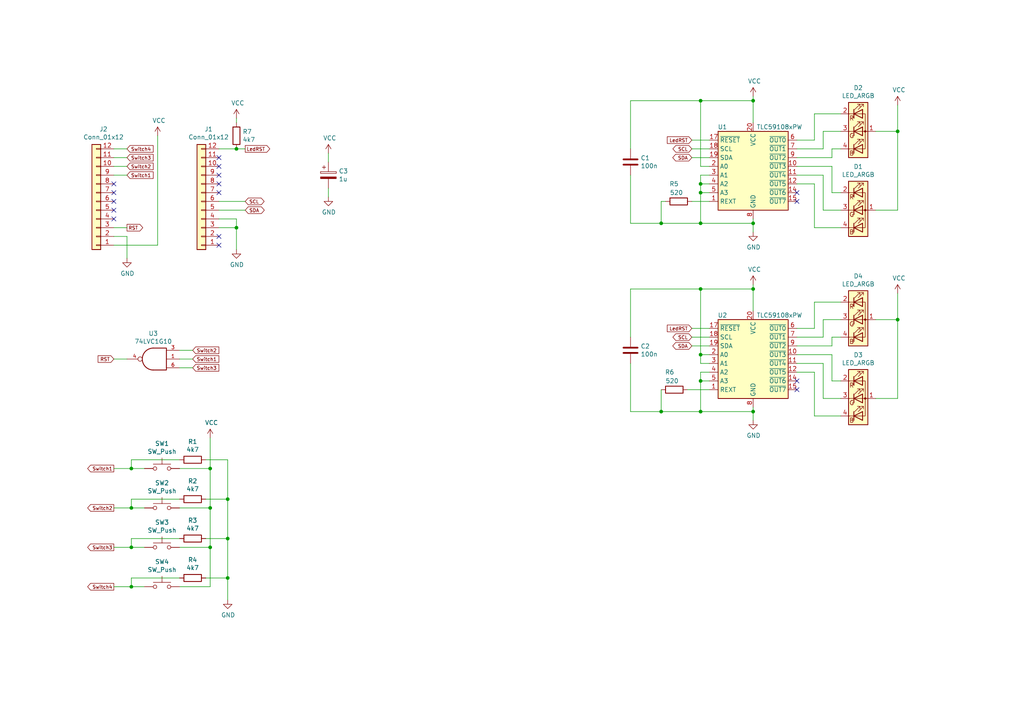
<source format=kicad_sch>
(kicad_sch (version 20211123) (generator eeschema)
  (paper "A4")
  (lib_symbols
    (symbol "74xGxx:74LVC1G10" (pin_names (offset 1.016))
      (property "Reference" "U" (at -2.54 5.08 0))
      (property "Value" "74LVC1G10" (at 0 -5.08 0))
      (symbol "74LVC1G10_0_1"
        (arc (start 0 -3.175) (mid 3.175 0) (end 0 3.175) (stroke (width 0.254)))
        (polyline (pts (xy 0 -3.175) (xy -3.81 -3.175) (xy -3.81 3.175) (xy 0 3.175)) (stroke (width 0.254)))
      )
      (symbol "74LVC1G10_1_1"
        (pin input line (at -7.62 0 0) (length 3.81) (name "~") (number "1"))
        (pin power_in line (at 0 -3.175 270) (length 0) hide (name "GND") (number "2"))
        (pin input line (at -7.62 -2.54 0) (length 3.81) (name "~") (number "3"))
        (pin output inverted (at 7.62 0 180) (length 4.445) (name "~") (number "4"))
        (pin power_in line (at 0 3.175 90) (length 0) hide (name "VCC") (number "5"))
        (pin input line (at -7.62 2.54 0) (length 3.81) (name "~") (number "6"))
      )
    )
    (symbol "Connector_Generic:Conn_01x12" (pin_names (offset 1.016) hide)
      (property "Reference" "J" (at 0 15.24 0))
      (property "Value" "Conn_01x12" (at 0 -17.78 0))
      (symbol "Conn_01x12_1_1"
        (rectangle (start -1.27 -15.113) (end 0 -15.367) (stroke (width 0.1524)))
        (rectangle (start -1.27 -12.573) (end 0 -12.827) (stroke (width 0.1524)))
        (rectangle (start -1.27 -10.033) (end 0 -10.287) (stroke (width 0.1524)))
        (rectangle (start -1.27 -7.493) (end 0 -7.747) (stroke (width 0.1524)))
        (rectangle (start -1.27 -4.953) (end 0 -5.207) (stroke (width 0.1524)))
        (rectangle (start -1.27 -2.413) (end 0 -2.667) (stroke (width 0.1524)))
        (rectangle (start -1.27 0.127) (end 0 -0.127) (stroke (width 0.1524)))
        (rectangle (start -1.27 2.667) (end 0 2.413) (stroke (width 0.1524)))
        (rectangle (start -1.27 5.207) (end 0 4.953) (stroke (width 0.1524)))
        (rectangle (start -1.27 7.747) (end 0 7.493) (stroke (width 0.1524)))
        (rectangle (start -1.27 10.287) (end 0 10.033) (stroke (width 0.1524)))
        (rectangle (start -1.27 12.827) (end 0 12.573) (stroke (width 0.1524)))
        (rectangle (start -1.27 13.97) (end 1.27 -16.51) (stroke (width 0.254)) (fill (type background)))
        (pin passive line (at -5.08 12.7 0) (length 3.81) (name "Pin_1") (number "1"))
        (pin passive line (at -5.08 -10.16 0) (length 3.81) (name "Pin_10") (number "10"))
        (pin passive line (at -5.08 -12.7 0) (length 3.81) (name "Pin_11") (number "11"))
        (pin passive line (at -5.08 -15.24 0) (length 3.81) (name "Pin_12") (number "12"))
        (pin passive line (at -5.08 10.16 0) (length 3.81) (name "Pin_2") (number "2"))
        (pin passive line (at -5.08 7.62 0) (length 3.81) (name "Pin_3") (number "3"))
        (pin passive line (at -5.08 5.08 0) (length 3.81) (name "Pin_4") (number "4"))
        (pin passive line (at -5.08 2.54 0) (length 3.81) (name "Pin_5") (number "5"))
        (pin passive line (at -5.08 0 0) (length 3.81) (name "Pin_6") (number "6"))
        (pin passive line (at -5.08 -2.54 0) (length 3.81) (name "Pin_7") (number "7"))
        (pin passive line (at -5.08 -5.08 0) (length 3.81) (name "Pin_8") (number "8"))
        (pin passive line (at -5.08 -7.62 0) (length 3.81) (name "Pin_9") (number "9"))
      )
    )
    (symbol "Device:C" (pin_numbers hide) (pin_names (offset 0.254))
      (property "Reference" "C" (at 0.635 2.54 0))
      (property "Value" "C" (at 0.635 -2.54 0))
      (symbol "C_0_1"
        (polyline (pts (xy -2.032 -0.762) (xy 2.032 -0.762)) (stroke (width 0.508)))
        (polyline (pts (xy -2.032 0.762) (xy 2.032 0.762)) (stroke (width 0.508)))
      )
      (symbol "C_1_1"
        (pin passive line (at 0 3.81 270) (length 2.794) (name "~") (number "1"))
        (pin passive line (at 0 -3.81 90) (length 2.794) (name "~") (number "2"))
      )
    )
    (symbol "Device:LED_ARGB" (pin_names (offset 0) hide)
      (property "Reference" "D" (at 0 9.398 0))
      (property "Value" "LED_ARGB" (at 0 -8.89 0))
      (symbol "LED_ARGB_0_0"
        (text "B" (at -1.905 -6.35 0) (effects (font (size 1.27 1.27))))
        (text "G" (at -1.905 -1.27 0) (effects (font (size 1.27 1.27))))
        (text "R" (at -1.905 3.81 0) (effects (font (size 1.27 1.27))))
      )
      (symbol "LED_ARGB_0_1"
        (polyline (pts (xy -1.27 -5.08) (xy -2.54 -5.08)))
        (polyline (pts (xy -1.27 -5.08) (xy 1.27 -5.08)))
        (polyline (pts (xy -1.27 -3.81) (xy -1.27 -6.35)) (stroke (width 0.254)))
        (polyline (pts (xy -1.27 0) (xy -2.54 0)))
        (polyline (pts (xy -1.27 1.27) (xy -1.27 -1.27)) (stroke (width 0.254)))
        (polyline (pts (xy -1.27 5.08) (xy -2.54 5.08)))
        (polyline (pts (xy -1.27 5.08) (xy 1.27 5.08)))
        (polyline (pts (xy -1.27 6.35) (xy -1.27 3.81)) (stroke (width 0.254)))
        (polyline (pts (xy 1.27 0) (xy -1.27 0)))
        (polyline (pts (xy 1.27 0) (xy 2.54 0)))
        (polyline (pts (xy -1.27 1.27) (xy -1.27 -1.27) (xy -1.27 -1.27)))
        (polyline (pts (xy -1.27 6.35) (xy -1.27 3.81) (xy -1.27 3.81)))
        (polyline (pts (xy 1.27 -5.08) (xy 2.032 -5.08) (xy 2.032 5.08) (xy 1.27 5.08)))
        (polyline (pts (xy 1.27 -3.81) (xy 1.27 -6.35) (xy -1.27 -5.08) (xy 1.27 -3.81)) (stroke (width 0.254)))
        (polyline (pts (xy 1.27 1.27) (xy 1.27 -1.27) (xy -1.27 0) (xy 1.27 1.27)) (stroke (width 0.254)))
        (polyline (pts (xy 1.27 6.35) (xy 1.27 3.81) (xy -1.27 5.08) (xy 1.27 6.35)) (stroke (width 0.254)))
        (polyline (pts (xy -1.016 -3.81) (xy 0.508 -2.286) (xy -0.254 -2.286) (xy 0.508 -2.286) (xy 0.508 -3.048)))
        (polyline (pts (xy -1.016 1.27) (xy 0.508 2.794) (xy -0.254 2.794) (xy 0.508 2.794) (xy 0.508 2.032)))
        (polyline (pts (xy -1.016 6.35) (xy 0.508 7.874) (xy -0.254 7.874) (xy 0.508 7.874) (xy 0.508 7.112)))
        (polyline (pts (xy 0 -3.81) (xy 1.524 -2.286) (xy 0.762 -2.286) (xy 1.524 -2.286) (xy 1.524 -3.048)))
        (polyline (pts (xy 0 1.27) (xy 1.524 2.794) (xy 0.762 2.794) (xy 1.524 2.794) (xy 1.524 2.032)))
        (polyline (pts (xy 0 6.35) (xy 1.524 7.874) (xy 0.762 7.874) (xy 1.524 7.874) (xy 1.524 7.112)))
        (rectangle (start 1.27 -1.27) (end 1.27 1.27))
        (rectangle (start 1.27 1.27) (end 1.27 1.27))
        (rectangle (start 1.27 3.81) (end 1.27 6.35))
        (rectangle (start 1.27 6.35) (end 1.27 6.35))
        (circle (center 2.032 0) (radius 0.254) (fill (type outline)))
        (rectangle (start 2.794 8.382) (end -2.794 -7.62) (stroke (width 0.254)) (fill (type background)))
      )
      (symbol "LED_ARGB_1_1"
        (pin passive line (at 5.08 0 180) (length 2.54) (name "A") (number "1"))
        (pin passive line (at -5.08 5.08 0) (length 2.54) (name "RK") (number "2"))
        (pin passive line (at -5.08 0 0) (length 2.54) (name "GK") (number "3"))
        (pin passive line (at -5.08 -5.08 0) (length 2.54) (name "BK") (number "4"))
      )
    )
    (symbol "Device:R" (pin_numbers hide) (pin_names (offset 0))
      (property "Reference" "R" (at 2.032 0 90))
      (property "Value" "R" (at 0 0 90))
      (symbol "R_0_1"
        (rectangle (start -1.016 -2.54) (end 1.016 2.54) (stroke (width 0.254)))
      )
      (symbol "R_1_1"
        (pin passive line (at 0 3.81 270) (length 1.27) (name "~") (number "1"))
        (pin passive line (at 0 -3.81 90) (length 1.27) (name "~") (number "2"))
      )
    )
    (symbol "Driver_LED:TLC59108xPW"
      (property "Reference" "U" (at -8.89 13.97 0))
      (property "Value" "TLC59108xPW" (at 8.89 13.97 0))
      (symbol "TLC59108xPW_0_1"
        (rectangle (start -10.16 12.7) (end 10.16 -10.16) (stroke (width 0.254)) (fill (type background)))
      )
      (symbol "TLC59108xPW_1_1"
        (pin passive line (at -12.7 -7.62 0) (length 2.54) (name "REXT") (number "1"))
        (pin open_collector line (at 12.7 2.54 180) (length 2.54) (name "~{OUT3}") (number "10"))
        (pin open_collector line (at 12.7 0 180) (length 2.54) (name "~{OUT4}") (number "11"))
        (pin open_collector line (at 12.7 -2.54 180) (length 2.54) (name "~{OUT5}") (number "12"))
        (pin passive line (at 0 -12.7 90) (length 2.54) hide (name "GND") (number "13"))
        (pin open_collector line (at 12.7 -5.08 180) (length 2.54) (name "~{OUT6}") (number "14"))
        (pin open_collector line (at 12.7 -7.62 180) (length 2.54) (name "~{OUT7}") (number "15"))
        (pin passive line (at 0 -12.7 90) (length 2.54) hide (name "GND") (number "16"))
        (pin input line (at -12.7 10.16 0) (length 2.54) (name "~{RESET}") (number "17"))
        (pin input line (at -12.7 7.62 0) (length 2.54) (name "SCL") (number "18"))
        (pin bidirectional line (at -12.7 5.08 0) (length 2.54) (name "SDA") (number "19"))
        (pin input line (at -12.7 2.54 0) (length 2.54) (name "A0") (number "2"))
        (pin power_in line (at 0 15.24 270) (length 2.54) (name "VCC") (number "20"))
        (pin input line (at -12.7 0 0) (length 2.54) (name "A1") (number "3"))
        (pin input line (at -12.7 -2.54 0) (length 2.54) (name "A2") (number "4"))
        (pin input line (at -12.7 -5.08 0) (length 2.54) (name "A3") (number "5"))
        (pin open_collector line (at 12.7 10.16 180) (length 2.54) (name "~{OUT0}") (number "6"))
        (pin open_collector line (at 12.7 7.62 180) (length 2.54) (name "~{OUT1}") (number "7"))
        (pin power_in line (at 0 -12.7 90) (length 2.54) (name "GND") (number "8"))
        (pin open_collector line (at 12.7 5.08 180) (length 2.54) (name "~{OUT2}") (number "9"))
      )
    )
    (symbol "Pingboard_Prototype-rescue:CP-Device" (pin_numbers hide) (pin_names (offset 0.254))
      (property "Reference" "C" (at 0.635 2.54 0))
      (property "Value" "CP-Device" (at 0.635 -2.54 0))
      (symbol "CP-Device_0_1"
        (rectangle (start -2.286 0.508) (end 2.286 1.016))
        (polyline (pts (xy -1.778 2.286) (xy -0.762 2.286)))
        (polyline (pts (xy -1.27 2.794) (xy -1.27 1.778)))
        (rectangle (start 2.286 -0.508) (end -2.286 -1.016) (fill (type outline)))
      )
      (symbol "CP-Device_1_1"
        (pin passive line (at 0 3.81 270) (length 2.794) (name "~") (number "1"))
        (pin passive line (at 0 -3.81 90) (length 2.794) (name "~") (number "2"))
      )
    )
    (symbol "Switch:SW_Push" (pin_numbers hide) (pin_names (offset 1.016) hide)
      (property "Reference" "SW" (at 1.27 2.54 0))
      (property "Value" "SW_Push" (at 0 -1.524 0))
      (symbol "SW_Push_0_1"
        (circle (center -2.032 0) (radius 0.508))
        (polyline (pts (xy 0 1.27) (xy 0 3.048)))
        (polyline (pts (xy 2.54 1.27) (xy -2.54 1.27)))
        (circle (center 2.032 0) (radius 0.508))
        (pin passive line (at -5.08 0 0) (length 2.54) (name "1") (number "1"))
        (pin passive line (at 5.08 0 180) (length 2.54) (name "2") (number "2"))
      )
    )
    (symbol "power:GND" (power) (pin_names (offset 0))
      (property "Value" "GND" (at 0 -3.81 0))
      (symbol "GND_0_1"
        (polyline (pts (xy 0 0) (xy 0 -1.27) (xy 1.27 -1.27) (xy 0 -2.54) (xy -1.27 -1.27) (xy 0 -1.27)))
      )
      (symbol "GND_1_1"
        (pin power_in line (at 0 0 270) (length 0) hide (name "GND") (number "1"))
      )
    )
    (symbol "power:VCC" (power) (pin_names (offset 0))
      (property "Value" "VCC" (at 0 3.81 0))
      (symbol "VCC_0_1"
        (polyline (pts (xy -0.762 1.27) (xy 0 2.54)))
        (polyline (pts (xy 0 0) (xy 0 2.54)))
        (polyline (pts (xy 0 2.54) (xy 0.762 1.27)))
      )
      (symbol "VCC_1_1"
        (pin power_in line (at 0 0 90) (length 0) hide (name "VCC") (number "1"))
      )
    )
  )
  (junction (at 203.2 53.34))
  (junction (at 203.2 83.82))
  (junction (at 203.2 110.49))
  (junction (at 203.2 55.88))
  (junction (at 218.44 83.82))
  (junction (at 203.2 29.21))
  (junction (at 218.44 29.21))
  (junction (at 203.2 64.77))
  (junction (at 68.58 66.04))
  (junction (at 203.2 102.87))
  (junction (at 68.58 43.18))
  (junction (at 66.04 144.78))
  (junction (at 60.96 135.89))
  (junction (at 218.44 119.38))
  (junction (at 66.04 156.21))
  (junction (at 66.04 167.64))
  (junction (at 191.77 119.38))
  (junction (at 260.35 92.71))
  (junction (at 38.1 135.89))
  (junction (at 260.35 38.1))
  (junction (at 38.1 170.18))
  (junction (at 38.1 147.32))
  (junction (at 191.77 64.77))
  (junction (at 218.44 64.77))
  (junction (at 203.2 119.38))
  (junction (at 38.1 158.75))
  (junction (at 60.96 158.75))
  (junction (at 60.96 147.32))
  (no_connect (at 33.02 55.88))
  (no_connect (at 63.5 48.26))
  (no_connect (at 231.14 113.03))
  (no_connect (at 63.5 50.8))
  (no_connect (at 63.5 55.88))
  (no_connect (at 63.5 71.12))
  (no_connect (at 63.5 45.72))
  (no_connect (at 231.14 110.49))
  (no_connect (at 231.14 58.42))
  (no_connect (at 63.5 68.58))
  (no_connect (at 231.14 55.88))
  (no_connect (at 33.02 53.34))
  (no_connect (at 33.02 63.5))
  (no_connect (at 33.02 60.96))
  (no_connect (at 33.02 58.42))
  (no_connect (at 63.5 53.34))
  (wire (pts (xy 60.96 158.75) (xy 60.96 147.32)))
  (wire (pts (xy 68.58 66.04) (xy 68.58 72.39)))
  (wire (pts (xy 241.3 110.49) (xy 241.3 102.87)))
  (wire (pts (xy 241.3 97.79) (xy 241.3 100.33)))
  (wire (pts (xy 218.44 118.11) (xy 218.44 119.38)))
  (wire (pts (xy 36.83 68.58) (xy 36.83 74.93)))
  (wire (pts (xy 200.66 95.25) (xy 205.74 95.25)))
  (wire (pts (xy 236.22 40.64) (xy 231.14 40.64)))
  (wire (pts (xy 68.58 34.29) (xy 68.58 35.56)))
  (wire (pts (xy 38.1 156.21) (xy 38.1 158.75)))
  (wire (pts (xy 236.22 107.95) (xy 231.14 107.95)))
  (wire (pts (xy 52.07 144.78) (xy 38.1 144.78)))
  (wire (pts (xy 63.5 58.42) (xy 71.12 58.42)))
  (wire (pts (xy 55.88 101.6) (xy 52.07 101.6)))
  (wire (pts (xy 260.35 38.1) (xy 260.35 30.48)))
  (wire (pts (xy 182.88 50.8) (xy 182.88 64.77)))
  (wire (pts (xy 241.3 43.18) (xy 243.84 43.18)))
  (wire (pts (xy 33.02 45.72) (xy 36.83 45.72)))
  (wire (pts (xy 38.1 170.18) (xy 41.91 170.18)))
  (wire (pts (xy 243.84 55.88) (xy 241.3 55.88)))
  (wire (pts (xy 182.88 83.82) (xy 203.2 83.82)))
  (wire (pts (xy 55.88 104.14) (xy 52.07 104.14)))
  (wire (pts (xy 66.04 173.99) (xy 66.04 167.64)))
  (wire (pts (xy 238.76 38.1) (xy 243.84 38.1)))
  (wire (pts (xy 63.5 60.96) (xy 71.12 60.96)))
  (wire (pts (xy 191.77 58.42) (xy 191.77 64.77)))
  (wire (pts (xy 238.76 60.96) (xy 238.76 50.8)))
  (wire (pts (xy 236.22 33.02) (xy 243.84 33.02)))
  (wire (pts (xy 200.66 43.18) (xy 205.74 43.18)))
  (wire (pts (xy 63.5 63.5) (xy 68.58 63.5)))
  (wire (pts (xy 200.66 100.33) (xy 205.74 100.33)))
  (wire (pts (xy 254 38.1) (xy 260.35 38.1)))
  (wire (pts (xy 203.2 29.21) (xy 218.44 29.21)))
  (wire (pts (xy 33.02 48.26) (xy 36.83 48.26)))
  (wire (pts (xy 203.2 102.87) (xy 203.2 105.41)))
  (wire (pts (xy 36.83 66.04) (xy 33.02 66.04)))
  (wire (pts (xy 33.02 43.18) (xy 36.83 43.18)))
  (wire (pts (xy 203.2 83.82) (xy 218.44 83.82)))
  (wire (pts (xy 205.74 55.88) (xy 203.2 55.88)))
  (wire (pts (xy 95.25 44.45) (xy 95.25 46.99)))
  (wire (pts (xy 60.96 170.18) (xy 60.96 158.75)))
  (wire (pts (xy 191.77 64.77) (xy 203.2 64.77)))
  (wire (pts (xy 63.5 43.18) (xy 68.58 43.18)))
  (wire (pts (xy 59.69 144.78) (xy 66.04 144.78)))
  (wire (pts (xy 236.22 95.25) (xy 231.14 95.25)))
  (wire (pts (xy 243.84 120.65) (xy 236.22 120.65)))
  (wire (pts (xy 243.84 66.04) (xy 236.22 66.04)))
  (wire (pts (xy 203.2 119.38) (xy 218.44 119.38)))
  (wire (pts (xy 218.44 63.5) (xy 218.44 64.77)))
  (wire (pts (xy 238.76 105.41) (xy 231.14 105.41)))
  (wire (pts (xy 33.02 68.58) (xy 36.83 68.58)))
  (wire (pts (xy 59.69 167.64) (xy 66.04 167.64)))
  (wire (pts (xy 236.22 87.63) (xy 236.22 95.25)))
  (wire (pts (xy 182.88 43.18) (xy 182.88 29.21)))
  (wire (pts (xy 243.84 110.49) (xy 241.3 110.49)))
  (wire (pts (xy 193.04 58.42) (xy 191.77 58.42)))
  (wire (pts (xy 36.83 104.14) (xy 33.02 104.14)))
  (wire (pts (xy 238.76 92.71) (xy 238.76 97.79)))
  (wire (pts (xy 38.1 135.89) (xy 41.91 135.89)))
  (wire (pts (xy 236.22 66.04) (xy 236.22 53.34)))
  (wire (pts (xy 236.22 120.65) (xy 236.22 107.95)))
  (wire (pts (xy 33.02 71.12) (xy 45.72 71.12)))
  (wire (pts (xy 203.2 50.8) (xy 203.2 53.34)))
  (wire (pts (xy 52.07 135.89) (xy 60.96 135.89)))
  (wire (pts (xy 199.39 113.03) (xy 205.74 113.03)))
  (wire (pts (xy 38.1 133.35) (xy 38.1 135.89)))
  (wire (pts (xy 182.88 97.79) (xy 182.88 83.82)))
  (wire (pts (xy 203.2 55.88) (xy 203.2 64.77)))
  (wire (pts (xy 95.25 54.61) (xy 95.25 57.15)))
  (wire (pts (xy 52.07 158.75) (xy 60.96 158.75)))
  (wire (pts (xy 52.07 133.35) (xy 38.1 133.35)))
  (wire (pts (xy 203.2 53.34) (xy 203.2 55.88)))
  (wire (pts (xy 203.2 110.49) (xy 203.2 119.38)))
  (wire (pts (xy 200.66 40.64) (xy 205.74 40.64)))
  (wire (pts (xy 52.07 170.18) (xy 60.96 170.18)))
  (wire (pts (xy 66.04 133.35) (xy 59.69 133.35)))
  (wire (pts (xy 238.76 115.57) (xy 238.76 105.41)))
  (wire (pts (xy 38.1 147.32) (xy 41.91 147.32)))
  (wire (pts (xy 254 115.57) (xy 260.35 115.57)))
  (wire (pts (xy 218.44 83.82) (xy 218.44 90.17)))
  (wire (pts (xy 236.22 87.63) (xy 243.84 87.63)))
  (wire (pts (xy 238.76 38.1) (xy 238.76 43.18)))
  (wire (pts (xy 241.3 48.26) (xy 231.14 48.26)))
  (wire (pts (xy 66.04 167.64) (xy 66.04 156.21)))
  (wire (pts (xy 238.76 43.18) (xy 231.14 43.18)))
  (wire (pts (xy 182.88 64.77) (xy 191.77 64.77)))
  (wire (pts (xy 182.88 105.41) (xy 182.88 119.38)))
  (wire (pts (xy 241.3 102.87) (xy 231.14 102.87)))
  (wire (pts (xy 254 92.71) (xy 260.35 92.71)))
  (wire (pts (xy 66.04 156.21) (xy 66.04 144.78)))
  (wire (pts (xy 68.58 43.18) (xy 71.12 43.18)))
  (wire (pts (xy 52.07 167.64) (xy 38.1 167.64)))
  (wire (pts (xy 241.3 45.72) (xy 231.14 45.72)))
  (wire (pts (xy 52.07 147.32) (xy 60.96 147.32)))
  (wire (pts (xy 238.76 97.79) (xy 231.14 97.79)))
  (wire (pts (xy 52.07 156.21) (xy 38.1 156.21)))
  (wire (pts (xy 205.74 102.87) (xy 203.2 102.87)))
  (wire (pts (xy 191.77 113.03) (xy 191.77 119.38)))
  (wire (pts (xy 236.22 53.34) (xy 231.14 53.34)))
  (wire (pts (xy 60.96 127) (xy 60.96 135.89)))
  (wire (pts (xy 205.74 53.34) (xy 203.2 53.34)))
  (wire (pts (xy 203.2 64.77) (xy 218.44 64.77)))
  (wire (pts (xy 203.2 107.95) (xy 203.2 110.49)))
  (wire (pts (xy 260.35 115.57) (xy 260.35 92.71)))
  (wire (pts (xy 241.3 55.88) (xy 241.3 48.26)))
  (wire (pts (xy 200.66 97.79) (xy 205.74 97.79)))
  (wire (pts (xy 218.44 64.77) (xy 218.44 67.31)))
  (wire (pts (xy 241.3 97.79) (xy 243.84 97.79)))
  (wire (pts (xy 203.2 105.41) (xy 205.74 105.41)))
  (wire (pts (xy 205.74 48.26) (xy 203.2 48.26)))
  (wire (pts (xy 33.02 170.18) (xy 38.1 170.18)))
  (wire (pts (xy 218.44 27.94) (xy 218.44 29.21)))
  (wire (pts (xy 182.88 119.38) (xy 191.77 119.38)))
  (wire (pts (xy 45.72 39.37) (xy 45.72 71.12)))
  (wire (pts (xy 191.77 119.38) (xy 203.2 119.38)))
  (wire (pts (xy 238.76 92.71) (xy 243.84 92.71)))
  (wire (pts (xy 59.69 156.21) (xy 66.04 156.21)))
  (wire (pts (xy 218.44 29.21) (xy 218.44 35.56)))
  (wire (pts (xy 182.88 29.21) (xy 203.2 29.21)))
  (wire (pts (xy 243.84 115.57) (xy 238.76 115.57)))
  (wire (pts (xy 33.02 158.75) (xy 38.1 158.75)))
  (wire (pts (xy 38.1 167.64) (xy 38.1 170.18)))
  (wire (pts (xy 33.02 147.32) (xy 38.1 147.32)))
  (wire (pts (xy 60.96 147.32) (xy 60.96 135.89)))
  (wire (pts (xy 203.2 83.82) (xy 203.2 102.87)))
  (wire (pts (xy 38.1 158.75) (xy 41.91 158.75)))
  (wire (pts (xy 205.74 110.49) (xy 203.2 110.49)))
  (wire (pts (xy 55.88 106.68) (xy 52.07 106.68)))
  (wire (pts (xy 260.35 60.96) (xy 260.35 38.1)))
  (wire (pts (xy 241.3 100.33) (xy 231.14 100.33)))
  (wire (pts (xy 205.74 50.8) (xy 203.2 50.8)))
  (wire (pts (xy 203.2 29.21) (xy 203.2 48.26)))
  (wire (pts (xy 68.58 63.5) (xy 68.58 66.04)))
  (wire (pts (xy 200.66 45.72) (xy 205.74 45.72)))
  (wire (pts (xy 38.1 144.78) (xy 38.1 147.32)))
  (wire (pts (xy 238.76 50.8) (xy 231.14 50.8)))
  (wire (pts (xy 205.74 58.42) (xy 200.66 58.42)))
  (wire (pts (xy 33.02 135.89) (xy 38.1 135.89)))
  (wire (pts (xy 33.02 50.8) (xy 36.83 50.8)))
  (wire (pts (xy 218.44 119.38) (xy 218.44 121.92)))
  (wire (pts (xy 260.35 92.71) (xy 260.35 85.09)))
  (wire (pts (xy 241.3 43.18) (xy 241.3 45.72)))
  (wire (pts (xy 254 60.96) (xy 260.35 60.96)))
  (wire (pts (xy 66.04 144.78) (xy 66.04 133.35)))
  (wire (pts (xy 205.74 107.95) (xy 203.2 107.95)))
  (wire (pts (xy 243.84 60.96) (xy 238.76 60.96)))
  (wire (pts (xy 218.44 82.55) (xy 218.44 83.82)))
  (wire (pts (xy 236.22 33.02) (xy 236.22 40.64)))
  (wire (pts (xy 63.5 66.04) (xy 68.58 66.04)))
  (global_label "Switch1" (shape input) (at 55.88 104.14 0) (effects (font (size 0.9906 0.9906))) (property "Intersheet References" "${INTERSHEET_REFS}" (effects hide)))
  (global_label "Switch3" (shape input) (at 36.83 45.72 0) (effects (font (size 0.9906 0.9906))) (property "Intersheet References" "${INTERSHEET_REFS}" (effects hide)))
  (global_label "SCL" (shape bidirectional) (at 71.12 58.42 0) (effects (font (size 0.9906 0.9906))) (property "Intersheet References" "${INTERSHEET_REFS}" (effects hide)))
  (global_label "SCL" (shape bidirectional) (at 200.66 43.18 180) (effects (font (size 0.9906 0.9906))) (property "Intersheet References" "${INTERSHEET_REFS}" (effects hide)))
  (global_label "SDA" (shape bidirectional) (at 200.66 45.72 180) (effects (font (size 0.9906 0.9906))) (property "Intersheet References" "${INTERSHEET_REFS}" (effects hide)))
  (global_label "Switch2" (shape input) (at 55.88 101.6 0) (effects (font (size 0.9906 0.9906))) (property "Intersheet References" "${INTERSHEET_REFS}" (effects hide)))
  (global_label "LedRST" (shape input) (at 200.66 40.64 180) (effects (font (size 0.9906 0.9906))) (property "Intersheet References" "${INTERSHEET_REFS}" (effects hide)))
  (global_label "Switch1" (shape output) (at 33.02 135.89 180) (effects (font (size 0.9906 0.9906))) (property "Intersheet References" "${INTERSHEET_REFS}" (effects hide)))
  (global_label "Switch3" (shape output) (at 33.02 158.75 180) (effects (font (size 0.9906 0.9906))) (property "Intersheet References" "${INTERSHEET_REFS}" (effects hide)))
  (global_label "LedRST" (shape input) (at 200.66 95.25 180) (effects (font (size 0.9906 0.9906))) (property "Intersheet References" "${INTERSHEET_REFS}" (effects hide)))
  (global_label "RST" (shape input) (at 33.02 104.14 180) (effects (font (size 0.9906 0.9906))) (property "Intersheet References" "${INTERSHEET_REFS}" (effects hide)))
  (global_label "SDA" (shape bidirectional) (at 71.12 60.96 0) (effects (font (size 0.9906 0.9906))) (property "Intersheet References" "${INTERSHEET_REFS}" (effects hide)))
  (global_label "Switch3" (shape input) (at 55.88 106.68 0) (effects (font (size 0.9906 0.9906))) (property "Intersheet References" "${INTERSHEET_REFS}" (effects hide)))
  (global_label "Switch1" (shape input) (at 36.83 50.8 0) (effects (font (size 0.9906 0.9906))) (property "Intersheet References" "${INTERSHEET_REFS}" (effects hide)))
  (global_label "LedRST" (shape output) (at 71.12 43.18 0) (effects (font (size 0.9906 0.9906))) (property "Intersheet References" "${INTERSHEET_REFS}" (effects hide)))
  (global_label "SCL" (shape bidirectional) (at 200.66 97.79 180) (effects (font (size 0.9906 0.9906))) (property "Intersheet References" "${INTERSHEET_REFS}" (effects hide)))
  (global_label "SDA" (shape bidirectional) (at 200.66 100.33 180) (effects (font (size 0.9906 0.9906))) (property "Intersheet References" "${INTERSHEET_REFS}" (effects hide)))
  (global_label "Switch2" (shape output) (at 33.02 147.32 180) (effects (font (size 0.9906 0.9906))) (property "Intersheet References" "${INTERSHEET_REFS}" (effects hide)))
  (global_label "Switch2" (shape input) (at 36.83 48.26 0) (effects (font (size 0.9906 0.9906))) (property "Intersheet References" "${INTERSHEET_REFS}" (effects hide)))
  (global_label "Switch4" (shape input) (at 36.83 43.18 0) (effects (font (size 0.9906 0.9906))) (property "Intersheet References" "${INTERSHEET_REFS}" (effects hide)))
  (global_label "Switch4" (shape output) (at 33.02 170.18 180) (effects (font (size 0.9906 0.9906))) (property "Intersheet References" "${INTERSHEET_REFS}" (effects hide)))
  (global_label "RST" (shape output) (at 36.83 66.04 0) (effects (font (size 0.9906 0.9906))) (property "Intersheet References" "${INTERSHEET_REFS}" (effects hide)))
  (symbol (lib_id "power:GND") (at 66.04 173.99 0) (unit 1)
    (property "Reference" "#PWR0101" (effects hide))
    (property "Value" "GND" (at 66.167 178.3842 0))
  )
  (symbol (lib_id "power:VCC") (at 60.96 127 0) (unit 1)
    (property "Reference" "#PWR0104" (effects hide))
    (property "Value" "VCC" (at 61.341 122.6058 0))
  )
  (symbol (lib_id "Device:R") (at 55.88 133.35 270) (unit 1)
    (property "Reference" "R1" (at 55.88 128.0922 90))
    (property "Value" "4k7" (at 55.88 130.4036 90))
    (property "Footprint" "Resistor_SMD:R_0603_1608Metric_Pad0.98x0.95mm_HandSolder" (effects hide))
  )
  (symbol (lib_id "Device:R") (at 55.88 144.78 270) (unit 1)
    (property "Reference" "R2" (at 55.88 139.5222 90))
    (property "Value" "4k7" (at 55.88 141.8336 90))
    (property "Footprint" "Resistor_SMD:R_0603_1608Metric_Pad0.98x0.95mm_HandSolder" (effects hide))
  )
  (symbol (lib_id "Device:R") (at 55.88 156.21 270) (unit 1)
    (property "Reference" "R3" (at 55.88 150.9522 90))
    (property "Value" "4k7" (at 55.88 153.2636 90))
    (property "Footprint" "Resistor_SMD:R_0603_1608Metric_Pad0.98x0.95mm_HandSolder" (effects hide))
  )
  (symbol (lib_id "Device:R") (at 55.88 167.64 270) (unit 1)
    (property "Reference" "R4" (at 55.88 162.3822 90))
    (property "Value" "4k7" (at 55.88 164.6936 90))
    (property "Footprint" "Resistor_SMD:R_0603_1608Metric_Pad0.98x0.95mm_HandSolder" (effects hide))
  )
  (symbol (lib_id "Switch:SW_Push") (at 46.99 135.89 0) (unit 1)
    (property "Reference" "SW1" (at 46.99 128.651 0))
    (property "Value" "SW_Push" (at 46.99 130.9624 0))
    (property "Footprint" "Button_Switch_Keyboard:SW_Cherry_MX_1.00u_PCB" (effects hide))
  )
  (symbol (lib_id "Switch:SW_Push") (at 46.99 147.32 0) (unit 1)
    (property "Reference" "SW2" (at 46.99 140.081 0))
    (property "Value" "SW_Push" (at 46.99 142.3924 0))
    (property "Footprint" "Button_Switch_Keyboard:SW_Cherry_MX_1.00u_PCB" (effects hide))
  )
  (symbol (lib_id "Switch:SW_Push") (at 46.99 158.75 0) (unit 1)
    (property "Reference" "SW3" (at 46.99 151.511 0))
    (property "Value" "SW_Push" (at 46.99 153.8224 0))
    (property "Footprint" "Button_Switch_Keyboard:SW_Cherry_MX_1.00u_PCB" (effects hide))
  )
  (symbol (lib_id "Switch:SW_Push") (at 46.99 170.18 0) (unit 1)
    (property "Reference" "SW4" (at 46.99 162.941 0))
    (property "Value" "SW_Push" (at 46.99 165.2524 0))
    (property "Footprint" "Button_Switch_Keyboard:SW_Cherry_MX_1.00u_PCB" (effects hide))
  )
  (symbol (lib_id "Driver_LED:TLC59108xPW") (at 218.44 50.8 0) (unit 1)
    (property "Reference" "U1" (at 209.55 36.83 0))
    (property "Value" "TLC59108xPW" (at 226.06 36.83 0))
    (property "Footprint" "Package_SO:TSSOP-20_4.4x6.5mm_P0.65mm" (effects hide))
    (property "Datasheet" "https://www.ti.com/lit/ds/symlink/tlc59108.pdf" (effects hide))
    (property "Digikey" "https://www.digikey.de/product-detail/de/texas-instruments/TLC59108IPWR/296-25340-1-ND/2182192" (effects hide))
  )
  (symbol (lib_id "power:GND") (at 218.44 67.31 0) (unit 1)
    (property "Reference" "#PWR0105" (effects hide))
    (property "Value" "GND" (at 218.567 71.7042 0))
  )
  (symbol (lib_id "power:VCC") (at 218.44 27.94 0) (unit 1)
    (property "Reference" "#PWR0106" (effects hide))
    (property "Value" "VCC" (at 218.821 23.5458 0))
  )
  (symbol (lib_id "Device:C") (at 182.88 46.99 0) (unit 1)
    (property "Reference" "C1" (at 185.801 45.8216 0) (effects (justify left)))
    (property "Value" "100n" (at 185.801 48.133 0) (effects (justify left)))
    (property "Footprint" "Capacitor_SMD:C_0603_1608Metric_Pad1.08x0.95mm_HandSolder" (effects hide))
  )
  (symbol (lib_id "Connector_Generic:Conn_01x12") (at 58.42 58.42 180) (unit 1)
    (property "Reference" "J1" (at 60.5028 37.465 0))
    (property "Value" "Conn_01x12" (at 60.5028 39.7764 0))
    (property "Footprint" "Connector_PinHeader_2.54mm:PinHeader_1x12_P2.54mm_Vertical" (effects hide))
  )
  (symbol (lib_id "Device:R") (at 196.85 58.42 270) (unit 1)
    (property "Reference" "R5" (at 196.85 53.34 90) (effects (justify right)))
    (property "Value" "520" (at 198.12 55.88 90) (effects (justify right)))
    (property "Footprint" "Resistor_SMD:R_0603_1608Metric_Pad0.98x0.95mm_HandSolder" (effects hide))
  )
  (symbol (lib_id "power:VCC") (at 260.35 30.48 0) (unit 1)
    (property "Reference" "#PWR0109" (effects hide))
    (property "Value" "VCC" (at 260.731 26.0858 0))
  )
  (symbol (lib_id "Device:LED_ARGB") (at 248.92 60.96 0) (unit 1)
    (property "Reference" "D1" (at 248.92 48.3362 0))
    (property "Value" "LED_ARGB" (at 248.92 50.6476 0))
    (property "Footprint" "LED_SMD:LED_ASMB-KTF0-0A306" (effects hide))
    (property "Digikey" "https://www.digikey.de/product-detail/de/broadcom-limited/ASMB-KTF0-0A306/516-3906-1-ND/7917025" (effects hide))
  )
  (symbol (lib_id "Device:LED_ARGB") (at 248.92 38.1 0) (unit 1)
    (property "Reference" "D2" (at 248.92 25.4762 0))
    (property "Value" "LED_ARGB" (at 248.92 27.7876 0))
    (property "Footprint" "LED_SMD:LED_ASMB-KTF0-0A306" (effects hide))
    (property "Farnell" "https://de.farnell.com/broadcom-limited/asmb-ktf0-0a306/led-rgb-490-1100-215mcd-plcc-4/dp/2858363" (effects hide))
    (property "Digikey" "https://www.digikey.de/product-detail/de/broadcom-limited/ASMB-KTF0-0A306/516-3906-1-ND/7917025" (effects hide))
  )
  (symbol (lib_id "Connector_Generic:Conn_01x12") (at 27.94 58.42 180) (unit 1)
    (property "Reference" "J2" (at 30.0228 37.465 0))
    (property "Value" "Conn_01x12" (at 30.0228 39.7764 0))
    (property "Footprint" "Connector_PinHeader_2.54mm:PinHeader_1x12_P2.54mm_Vertical" (effects hide))
  )
  (symbol (lib_id "power:GND") (at 68.58 72.39 0) (unit 1)
    (property "Reference" "#PWR0107" (effects hide))
    (property "Value" "GND" (at 68.707 76.7842 0))
  )
  (symbol (lib_id "power:GND") (at 36.83 74.93 0) (unit 1)
    (property "Reference" "#PWR0108" (effects hide))
    (property "Value" "GND" (at 36.957 79.3242 0))
  )
  (symbol (lib_id "power:VCC") (at 45.72 39.37 0) (unit 1)
    (property "Reference" "#PWR0110" (effects hide))
    (property "Value" "VCC" (at 46.101 34.9758 0))
  )
  (symbol (lib_id "Device:R") (at 68.58 39.37 180) (unit 1)
    (property "Reference" "R7" (at 70.358 38.2016 0) (effects (justify right)))
    (property "Value" "4k7" (at 70.358 40.513 0) (effects (justify right)))
    (property "Footprint" "Resistor_SMD:R_0603_1608Metric_Pad0.98x0.95mm_HandSolder" (effects hide))
  )
  (symbol (lib_id "power:VCC") (at 68.58 34.29 0) (unit 1)
    (property "Reference" "#PWR03" (effects hide))
    (property "Value" "VCC" (at 68.961 29.8958 0))
  )
  (symbol (lib_id "Driver_LED:TLC59108xPW") (at 218.44 105.41 0) (unit 1)
    (property "Reference" "U2" (at 209.55 91.44 0))
    (property "Value" "TLC59108xPW" (at 226.06 91.44 0))
    (property "Footprint" "Package_SO:TSSOP-20_4.4x6.5mm_P0.65mm" (effects hide))
    (property "Datasheet" "https://www.ti.com/lit/ds/symlink/tlc59108.pdf" (effects hide))
  )
  (symbol (lib_id "power:GND") (at 218.44 121.92 0) (unit 1)
    (property "Reference" "#PWR02" (effects hide))
    (property "Value" "GND" (at 218.567 126.3142 0))
  )
  (symbol (lib_id "power:VCC") (at 218.44 82.55 0) (unit 1)
    (property "Reference" "#PWR01" (effects hide))
    (property "Value" "VCC" (at 218.821 78.1558 0))
  )
  (symbol (lib_id "Device:C") (at 182.88 101.6 0) (unit 1)
    (property "Reference" "C2" (at 185.801 100.4316 0) (effects (justify left)))
    (property "Value" "100n" (at 185.801 102.743 0) (effects (justify left)))
    (property "Footprint" "Capacitor_SMD:C_0603_1608Metric_Pad1.08x0.95mm_HandSolder" (effects hide))
  )
  (symbol (lib_id "Device:R") (at 195.58 113.03 270) (unit 1)
    (property "Reference" "R6" (at 195.58 107.95 90) (effects (justify right)))
    (property "Value" "520" (at 196.85 110.49 90) (effects (justify right)))
    (property "Footprint" "Resistor_SMD:R_0603_1608Metric_Pad0.98x0.95mm_HandSolder" (effects hide))
  )
  (symbol (lib_id "power:VCC") (at 260.35 85.09 0) (unit 1)
    (property "Reference" "#PWR05" (effects hide))
    (property "Value" "VCC" (at 260.731 80.6958 0))
  )
  (symbol (lib_id "Device:LED_ARGB") (at 248.92 92.71 0) (unit 1)
    (property "Reference" "D4" (at 248.92 80.0862 0))
    (property "Value" "LED_ARGB" (at 248.92 82.3976 0))
    (property "Footprint" "LED_SMD:LED_ASMB-KTF0-0A306" (effects hide))
    (property "Farnell" "https://de.farnell.com/broadcom-limited/asmb-ktf0-0a306/led-rgb-490-1100-215mcd-plcc-4/dp/2858363" (effects hide))
  )
  (symbol (lib_id "Device:LED_ARGB") (at 248.92 115.57 0) (unit 1)
    (property "Reference" "D3" (at 248.92 102.9462 0))
    (property "Value" "LED_ARGB" (at 248.92 105.2576 0))
    (property "Footprint" "LED_SMD:LED_ASMB-KTF0-0A306" (effects hide))
    (property "Farnell" "https://de.farnell.com/broadcom-limited/asmb-ktf0-0a306/led-rgb-490-1100-215mcd-plcc-4/dp/2858363" (effects hide))
  )
  (symbol (lib_id "power:GND") (at 95.25 57.15 0) (unit 1)
    (property "Reference" "#PWR0102" (effects hide))
    (property "Value" "GND" (at 95.377 61.5442 0))
  )
  (symbol (lib_id "power:VCC") (at 95.25 44.45 0) (unit 1)
    (property "Reference" "#PWR0103" (effects hide))
    (property "Value" "VCC" (at 95.631 40.0558 0))
  )
  (symbol (lib_id "Pingboard_Prototype-rescue:CP-Device") (at 95.25 50.8 0) (unit 1)
    (property "Reference" "C3" (at 98.2472 49.6316 0) (effects (justify left)))
    (property "Value" "1u" (at 98.2472 51.943 0) (effects (justify left)))
    (property "Footprint" "Capacitor_SMD:C_0603_1608Metric_Pad1.08x0.95mm_HandSolder" (effects hide))
  )
  (symbol (lib_id "74xGxx:74LVC1G10") (at 44.45 104.14 180) (unit 1)
    (property "Reference" "U3" (at 44.45 96.7232 0))
    (property "Value" "74LVC1G10" (at 44.45 99.0346 0))
    (property "Footprint" "Package_TO_SOT_SMD:SOT-363_SC-70-6_Handsoldering" (effects hide))
    (property "Datasheet" "http://www.ti.com/lit/sg/scyt129e/scyt129e.pdf" (effects hide))
    (property "Digikey" "https://www.digikey.de/product-detail/de/texas-instruments/SN74LVC1G10DCKR/296-17844-1-ND/739463" (effects hide))
  )
)
</source>
